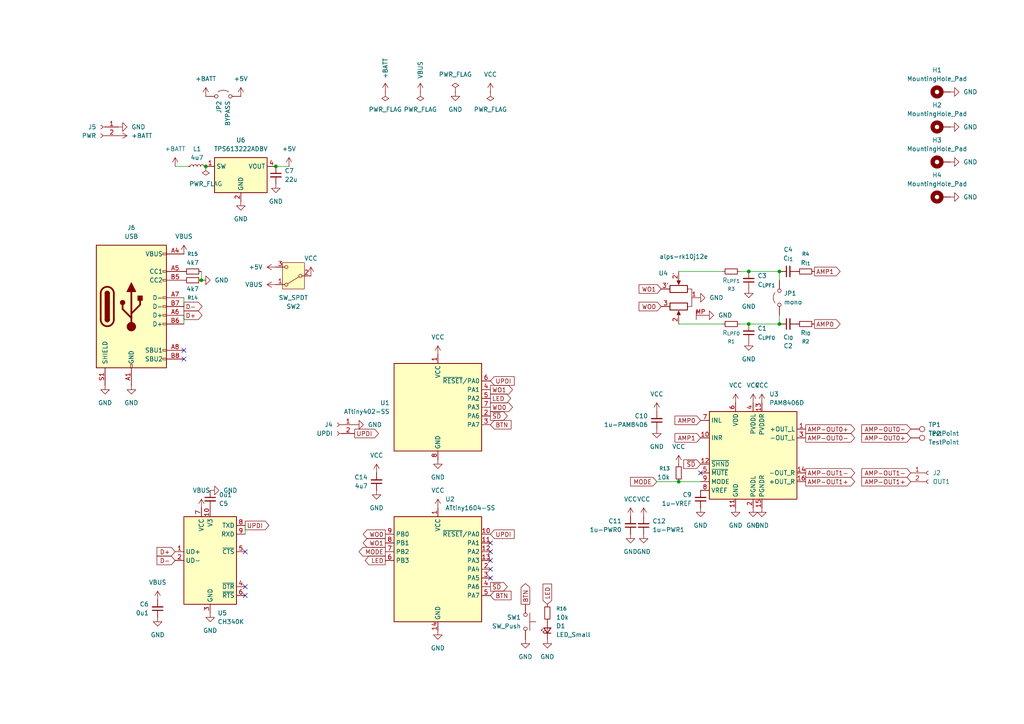
<source format=kicad_sch>
(kicad_sch (version 20250114) (generator "eeschema") (generator_version "9.0")
  (paper "A4")
  (lib_symbols
    (symbol "Amplifier_Audio:PAM8406D"
      (property "Reference" "U" (at -12.7 -15.24 0))
      (property "Value" "PAM8406D" (at -10.16 -17.78 0))
      (symbol "PAM8406D_0_1"
        (rectangle (start -12.7 12.7) (end 12.7 -12.7) (stroke (width 0.254)) (fill (type background)))
      )
      (symbol "PAM8406D_1_1"
        (pin input line (at -15.24 10.16 0) (length 2.54) (name "INL") (number "7"))
        (pin input line (at -15.24 5.08 0) (length 2.54) (name "INR") (number "10"))
        (pin input line (at -15.24 -2.54 0) (length 2.54) (name "~{SHND}") (number "12"))
        (pin input line (at -15.24 -5.08 0) (length 2.54) (name "~{MUTE}") (number "5"))
        (pin input line (at -15.24 -7.62 0) (length 2.54) (name "MODE") (number "9"))
        (pin passive line (at -15.24 -10.16 0) (length 2.54) (name "VREF") (number "8"))
        (pin power_in line (at -5.08 15.24 270) (length 2.54) (name "VDD") (number "6"))
        (pin power_in line (at -5.08 -15.24 90) (length 2.54) (name "GND") (number "11"))
        (pin power_in line (at 0 15.24 270) (length 2.54) (name "PVDDL") (number "4"))
        (pin power_in line (at 0 -15.24 90) (length 2.54) (name "PGNDL") (number "2"))
        (pin power_in line (at 2.54 15.24 270) (length 2.54) (name "PVDDR") (number "13"))
        (pin power_in line (at 2.54 -15.24 90) (length 2.54) (name "PGNDR") (number "15"))
        (pin output line (at 15.24 7.62 180) (length 2.54) (name "+OUT_L") (number "1"))
        (pin output line (at 15.24 5.08 180) (length 2.54) (name "-OUT_L") (number "3"))
        (pin output line (at 15.24 -5.08 180) (length 2.54) (name "-OUT_R") (number "14"))
        (pin output line (at 15.24 -7.62 180) (length 2.54) (name "+OUT_R") (number "16"))
      )
    )
    (symbol "Connector:Conn_01x02_Socket" (pin_names (offset 1.016) (hide yes))
      (property "Reference" "J" (at 0 2.54 0))
      (property "Value" "Conn_01x02_Socket" (at 0 -5.08 0))
      (symbol "Conn_01x02_Socket_1_1"
        (polyline (pts (xy -1.27 0) (xy -0.508 0)) (stroke (width 0.1524)))
        (polyline (pts (xy -1.27 -2.54) (xy -0.508 -2.54)) (stroke (width 0.1524)))
        (arc (start 0 -0.508) (mid -0.5058 0) (end 0 0.508) (stroke (width 0.1524)))
        (arc (start 0 -3.048) (mid -0.5058 -2.54) (end 0 -2.032) (stroke (width 0.1524)))
        (pin passive line (at -5.08 0 0) (length 3.81) (name "Pin_1") (number "1"))
        (pin passive line (at -5.08 -2.54 0) (length 3.81) (name "Pin_2") (number "2"))
      )
    )
    (symbol "Connector:TestPoint" (pin_numbers (hide yes)) (pin_names (offset 0.762) (hide yes))
      (property "Reference" "TP" (at 0 6.858 0))
      (property "Value" "TestPoint" (at 0 5.08 0))
      (symbol "TestPoint_0_1"
        (circle (center 0 3.302) (radius 0.762))
      )
      (symbol "TestPoint_1_1"
        (pin passive line (at 0 0 90) (length 2.54) (name "1") (number "1"))
      )
    )
    (symbol "Connector:USB_C_Receptacle_USB2.0_16P" (pin_names (offset 1.016))
      (property "Reference" "J" (at 0 22.225 0))
      (property "Value" "USB_C_Receptacle_USB2.0_16P" (at 0 19.685 0))
      (symbol "USB_C_Receptacle_USB2.0_16P_0_0"
        (rectangle (start -0.254 -17.78) (end 0.254 -16.764))
        (rectangle (start 10.16 15.494) (end 9.144 14.986))
        (rectangle (start 10.16 10.414) (end 9.144 9.906))
        (rectangle (start 10.16 7.874) (end 9.144 7.366))
        (rectangle (start 10.16 2.794) (end 9.144 2.286))
        (rectangle (start 10.16 0.254) (end 9.144 -0.254))
        (rectangle (start 10.16 -2.286) (end 9.144 -2.794))
        (rectangle (start 10.16 -4.826) (end 9.144 -5.334))
        (rectangle (start 10.16 -12.446) (end 9.144 -12.954))
        (rectangle (start 10.16 -14.986) (end 9.144 -15.494))
      )
      (symbol "USB_C_Receptacle_USB2.0_16P_0_1"
        (rectangle (start -10.16 17.78) (end 10.16 -17.78) (stroke (width 0.254)) (fill (type background)))
        (polyline (pts (xy -8.89 -3.81) (xy -8.89 3.81)) (stroke (width 0.508)))
        (rectangle (start -7.62 -3.81) (end -6.35 3.81) (stroke (width 0.254)) (fill (type outline)))
        (arc (start -7.62 3.81) (mid -6.985 4.4423) (end -6.35 3.81) (stroke (width 0.254)))
        (arc (start -7.62 3.81) (mid -6.985 4.4423) (end -6.35 3.81) (stroke (width 0.254)) (fill (type outline)))
        (arc (start -8.89 3.81) (mid -6.985 5.7067) (end -5.08 3.81) (stroke (width 0.508)))
        (arc (start -5.08 -3.81) (mid -6.985 -5.7067) (end -8.89 -3.81) (stroke (width 0.508)))
        (arc (start -6.35 -3.81) (mid -6.985 -4.4423) (end -7.62 -3.81) (stroke (width 0.254)))
        (arc (start -6.35 -3.81) (mid -6.985 -4.4423) (end -7.62 -3.81) (stroke (width 0.254)) (fill (type outline)))
        (polyline (pts (xy -5.08 3.81) (xy -5.08 -3.81)) (stroke (width 0.508)))
        (circle (center -2.54 1.143) (radius 0.635) (stroke (width 0.254)) (fill (type outline)))
        (polyline (pts (xy -1.27 4.318) (xy 0 6.858) (xy 1.27 4.318) (xy -1.27 4.318)) (stroke (width 0.254)) (fill (type outline)))
        (polyline (pts (xy 0 -2.032) (xy 2.54 0.508) (xy 2.54 1.778)) (stroke (width 0.508)))
        (polyline (pts (xy 0 -3.302) (xy -2.54 -0.762) (xy -2.54 0.508)) (stroke (width 0.508)))
        (polyline (pts (xy 0 -5.842) (xy 0 4.318)) (stroke (width 0.508)))
        (circle (center 0 -5.842) (radius 1.27) (fill (type outline)))
        (rectangle (start 1.905 1.778) (end 3.175 3.048) (stroke (width 0.254)) (fill (type outline)))
      )
      (symbol "USB_C_Receptacle_USB2.0_16P_1_1"
        (pin passive line (at -7.62 -22.86 90) (length 5.08) (name "SHIELD") (number "S1"))
        (pin passive line (at 0 -22.86 90) (length 5.08) (name "GND") (number "A1"))
        (pin passive line (at 0 -22.86 90) (length 5.08) (hide yes) (name "GND") (number "A12"))
        (pin passive line (at 0 -22.86 90) (length 5.08) (hide yes) (name "GND") (number "B1"))
        (pin passive line (at 0 -22.86 90) (length 5.08) (hide yes) (name "GND") (number "B12"))
        (pin passive line (at 15.24 15.24 180) (length 5.08) (name "VBUS") (number "A4"))
        (pin passive line (at 15.24 15.24 180) (length 5.08) (hide yes) (name "VBUS") (number "A9"))
        (pin passive line (at 15.24 15.24 180) (length 5.08) (hide yes) (name "VBUS") (number "B4"))
        (pin passive line (at 15.24 15.24 180) (length 5.08) (hide yes) (name "VBUS") (number "B9"))
        (pin bidirectional line (at 15.24 10.16 180) (length 5.08) (name "CC1") (number "A5"))
        (pin bidirectional line (at 15.24 7.62 180) (length 5.08) (name "CC2") (number "B5"))
        (pin bidirectional line (at 15.24 2.54 180) (length 5.08) (name "D-") (number "A7"))
        (pin bidirectional line (at 15.24 0 180) (length 5.08) (name "D-") (number "B7"))
        (pin bidirectional line (at 15.24 -2.54 180) (length 5.08) (name "D+") (number "A6"))
        (pin bidirectional line (at 15.24 -5.08 180) (length 5.08) (name "D+") (number "B6"))
        (pin bidirectional line (at 15.24 -12.7 180) (length 5.08) (name "SBU1") (number "A8"))
        (pin bidirectional line (at 15.24 -15.24 180) (length 5.08) (name "SBU2") (number "B8"))
      )
    )
    (symbol "Device:C_Small" (pin_numbers (hide yes)) (pin_names (offset 0.254) (hide yes))
      (property "Reference" "C" (at 0.254 1.778 0))
      (property "Value" "C_Small" (at 0.254 -2.032 0))
      (symbol "C_Small_0_1"
        (polyline (pts (xy -1.524 0.508) (xy 1.524 0.508)) (stroke (width 0.3048)))
        (polyline (pts (xy -1.524 -0.508) (xy 1.524 -0.508)) (stroke (width 0.3302)))
      )
      (symbol "C_Small_1_1"
        (pin passive line (at 0 2.54 270) (length 2.032) (name "~") (number "1"))
        (pin passive line (at 0 -2.54 90) (length 2.032) (name "~") (number "2"))
      )
    )
    (symbol "Device:LED_Small" (pin_numbers (hide yes)) (pin_names (offset 0.254) (hide yes))
      (property "Reference" "D" (at -1.27 3.175 0))
      (property "Value" "LED_Small" (at -4.445 -2.54 0))
      (symbol "LED_Small_0_1"
        (polyline (pts (xy -0.762 -1.016) (xy -0.762 1.016)) (stroke (width 0.254)))
        (polyline (pts (xy 0 0.762) (xy -0.508 1.27) (xy -0.254 1.27) (xy -0.508 1.27) (xy -0.508 1.016)))
        (polyline (pts (xy 0.508 1.27) (xy 0 1.778) (xy 0.254 1.778) (xy 0 1.778) (xy 0 1.524)))
        (polyline (pts (xy 0.762 -1.016) (xy -0.762 0) (xy 0.762 1.016) (xy 0.762 -1.016)) (stroke (width 0.254)))
        (polyline (pts (xy 1.016 0) (xy -0.762 0)))
      )
      (symbol "LED_Small_1_1"
        (pin passive line (at -2.54 0 0) (length 1.778) (name "K") (number "1"))
        (pin passive line (at 2.54 0 180) (length 1.778) (name "A") (number "2"))
      )
    )
    (symbol "Device:L_Small" (pin_numbers (hide yes)) (pin_names (offset 0.254) (hide yes))
      (property "Reference" "L" (at 0.762 1.016 0))
      (property "Value" "L_Small" (at 0.762 -1.016 0))
      (symbol "L_Small_0_1"
        (arc (start 0 2.032) (mid 0.5058 1.524) (end 0 1.016))
        (arc (start 0 1.016) (mid 0.5058 0.508) (end 0 0))
        (arc (start 0 0) (mid 0.5058 -0.508) (end 0 -1.016))
        (arc (start 0 -1.016) (mid 0.5058 -1.524) (end 0 -2.032))
      )
      (symbol "L_Small_1_1"
        (pin passive line (at 0 2.54 270) (length 0.508) (name "~") (number "1"))
        (pin passive line (at 0 -2.54 90) (length 0.508) (name "~") (number "2"))
      )
    )
    (symbol "Device:R_Small" (pin_numbers (hide yes)) (pin_names (offset 0.254) (hide yes))
      (property "Reference" "R" (at 0 0 90))
      (property "Value" "R_Small" (at 1.778 0 90))
      (symbol "R_Small_0_1"
        (rectangle (start -0.762 1.778) (end 0.762 -1.778) (stroke (width 0.2032)))
      )
      (symbol "R_Small_1_1"
        (pin passive line (at 0 2.54 270) (length 0.762) (name "~") (number "1"))
        (pin passive line (at 0 -2.54 90) (length 0.762) (name "~") (number "2"))
      )
    )
    (symbol "Interface_USB:CH340K"
      (property "Reference" "U5" (at 2.1433 -15.24 0))
      (property "Value" "CH340K" (at 2.1433 -17.78 0))
      (symbol "CH340K_0_1"
        (rectangle (start -7.62 12.7) (end 7.62 -12.7) (stroke (width 0.254)) (fill (type background)))
      )
      (symbol "CH340K_1_1"
        (pin bidirectional line (at -10.16 2.54 0) (length 2.54) (name "UD+") (number "1"))
        (pin bidirectional line (at -10.16 0 0) (length 2.54) (name "UD-") (number "2"))
        (pin power_in line (at -2.54 15.24 270) (length 2.54) (name "VCC") (number "7"))
        (pin passive line (at 0 15.24 270) (length 2.54) (name "V3") (number "10"))
        (pin power_in line (at 0 -15.24 90) (length 2.54) (name "GND") (number "3"))
        (pin output line (at 10.16 10.16 180) (length 2.54) (name "TXD") (number "8"))
        (pin input line (at 10.16 7.62 180) (length 2.54) (name "RXD") (number "9"))
        (pin input line (at 10.16 2.54 180) (length 2.54) (name "~{CTS}") (number "5"))
        (pin output line (at 10.16 -7.62 180) (length 2.54) (name "~{DTR}") (number "4"))
        (pin output line (at 10.16 -10.16 180) (length 2.54) (name "~{RTS}") (number "6"))
      )
    )
    (symbol "Jumper:Jumper_2_Open" (pin_numbers (hide yes)) (pin_names (offset 0) (hide yes))
      (property "Reference" "JP" (at 0 2.794 0))
      (property "Value" "Jumper_2_Open" (at 0 -2.286 0))
      (symbol "Jumper_2_Open_0_0"
        (circle (center -2.032 0) (radius 0.508))
        (circle (center 2.032 0) (radius 0.508))
      )
      (symbol "Jumper_2_Open_0_1"
        (arc (start -1.524 1.27) (mid 0 1.778) (end 1.524 1.27))
      )
      (symbol "Jumper_2_Open_1_1"
        (pin passive line (at -5.08 0 0) (length 2.54) (name "A") (number "1"))
        (pin passive line (at 5.08 0 180) (length 2.54) (name "B") (number "2"))
      )
    )
    (symbol "Library:alps-rk10j12e"
      (property "Reference" "U" (at 0 0 0))
      (property "Value" "alps-rk10j12e" (at 0 0 0))
      (symbol "alps-rk10j12e_0_1"
        (polyline (pts (xy -6.35 -5.08) (xy -3.81 -5.08)))
        (polyline (pts (xy -3.81 0) (xy -4.953 -0.508) (xy -4.953 0.508) (xy -3.81 0)) (fill (type outline)))
        (rectangle (start -3.556 2.54) (end -1.524 -2.54) (stroke (width 0.254)))
        (rectangle (start 1.524 2.54) (end 3.556 -2.54) (stroke (width 0.254)))
        (polyline (pts (xy 2.54 -2.54) (xy 2.54 -3.81) (xy -2.54 -3.81) (xy -2.54 -2.54)))
        (polyline (pts (xy 3.81 0) (xy 4.953 0.508) (xy 4.953 -0.508) (xy 3.81 0)) (fill (type outline)))
      )
      (symbol "alps-rk10j12e_1_1"
        (pin passive line (at -7.62 0 0) (length 2.54) (name "") (number "2"))
        (pin passive line (at -5.08 -7.62 90) (length 2.54) (name "") (number "MP"))
        (pin passive line (at -2.54 5.08 270) (length 2.54) (name "") (number "3"))
        (pin passive line (at 0 -5.08 90) (length 1.27) (name "") (number "1"))
        (pin passive line (at 2.54 5.08 270) (length 2.54) (name "") (number "3'"))
        (pin passive line (at 7.62 0 180) (length 2.54) (name "") (number "2'"))
      )
    )
    (symbol "MCU_Microchip_ATtiny:ATtiny1604-SS"
      (property "Reference" "U" (at -12.7 16.51 0))
      (property "Value" "ATtiny1604-SS" (at 2.54 -16.51 0))
      (symbol "ATtiny1604-SS_0_1"
        (rectangle (start -12.7 -15.24) (end 12.7 15.24) (stroke (width 0.254)) (fill (type background)))
      )
      (symbol "ATtiny1604-SS_1_1"
        (pin bidirectional line (at -15.24 10.16 0) (length 2.54) (name "PB0") (number "9"))
        (pin bidirectional line (at -15.24 7.62 0) (length 2.54) (name "PB1") (number "8"))
        (pin bidirectional line (at -15.24 5.08 0) (length 2.54) (name "PB2") (number "7"))
        (pin bidirectional line (at -15.24 2.54 0) (length 2.54) (name "PB3") (number "6"))
        (pin power_in line (at 0 17.78 270) (length 2.54) (name "VCC") (number "1"))
        (pin power_in line (at 0 -17.78 90) (length 2.54) (name "GND") (number "14"))
        (pin bidirectional line (at 15.24 10.16 180) (length 2.54) (name "~{RESET}/PA0") (number "10"))
        (pin bidirectional line (at 15.24 7.62 180) (length 2.54) (name "PA1") (number "11"))
        (pin bidirectional line (at 15.24 5.08 180) (length 2.54) (name "PA2") (number "12"))
        (pin bidirectional line (at 15.24 2.54 180) (length 2.54) (name "PA3") (number "13"))
        (pin bidirectional line (at 15.24 0 180) (length 2.54) (name "PA4") (number "2"))
        (pin bidirectional line (at 15.24 -2.54 180) (length 2.54) (name "PA5") (number "3"))
        (pin bidirectional line (at 15.24 -5.08 180) (length 2.54) (name "PA6") (number "4"))
        (pin bidirectional line (at 15.24 -7.62 180) (length 2.54) (name "PA7") (number "5"))
      )
    )
    (symbol "MCU_Microchip_ATtiny:ATtiny402-SS"
      (property "Reference" "U" (at -12.7 13.97 0))
      (property "Value" "ATtiny402-SS" (at 2.54 -13.97 0))
      (symbol "ATtiny402-SS_0_1"
        (rectangle (start -12.7 -12.7) (end 12.7 12.7) (stroke (width 0.254)) (fill (type background)))
      )
      (symbol "ATtiny402-SS_1_1"
        (pin power_in line (at 0 15.24 270) (length 2.54) (name "VCC") (number "1"))
        (pin power_in line (at 0 -15.24 90) (length 2.54) (name "GND") (number "8"))
        (pin bidirectional line (at 15.24 7.62 180) (length 2.54) (name "~{RESET}/PA0") (number "6"))
        (pin bidirectional line (at 15.24 5.08 180) (length 2.54) (name "PA1") (number "4"))
        (pin bidirectional line (at 15.24 2.54 180) (length 2.54) (name "PA2") (number "5"))
        (pin bidirectional line (at 15.24 0 180) (length 2.54) (name "PA3") (number "7"))
        (pin bidirectional line (at 15.24 -2.54 180) (length 2.54) (name "PA6") (number "2"))
        (pin bidirectional line (at 15.24 -5.08 180) (length 2.54) (name "PA7") (number "3"))
      )
    )
    (symbol "Mechanical:MountingHole_Pad" (pin_numbers (hide yes)) (pin_names (offset 1.016) (hide yes)) (in_bom no)
      (property "Reference" "H" (at 0 6.35 0))
      (property "Value" "MountingHole_Pad" (at 0 4.445 0))
      (symbol "MountingHole_Pad_0_1"
        (circle (center 0 1.27) (radius 1.27) (stroke (width 1.27)))
      )
      (symbol "MountingHole_Pad_1_1"
        (pin input line (at 0 -2.54 90) (length 2.54) (name "1") (number "1"))
      )
    )
    (symbol "Regulator_Switching:TPS613222ADBV"
      (property "Reference" "U" (at -7.62 6.35 0))
      (property "Value" "TPS613222ADBV" (at 2.54 6.35 0))
      (symbol "TPS613222ADBV_0_1"
        (rectangle (start -7.62 5.08) (end 7.62 -5.08) (stroke (width 0.254)) (fill (type background)))
      )
      (symbol "TPS613222ADBV_1_1"
        (pin power_in line (at -10.16 2.54 0) (length 2.54) (name "SW") (number "1"))
        (pin no_connect line (at -7.62 -2.54 0) (length 2.54) (hide yes) (name "NC") (number "3"))
        (pin power_in line (at 0 -7.62 90) (length 2.54) (name "GND") (number "2"))
        (pin no_connect line (at 7.62 -2.54 180) (length 2.54) (hide yes) (name "NC") (number "5"))
        (pin power_out line (at 10.16 2.54 180) (length 2.54) (name "VOUT") (number "4"))
      )
    )
    (symbol "Switch:SW_Push" (pin_numbers (hide yes)) (pin_names (offset 1.016) (hide yes))
      (property "Reference" "SW" (at 1.27 2.54 0))
      (property "Value" "SW_Push" (at 0 -1.524 0))
      (symbol "SW_Push_0_1"
        (circle (center -2.032 0) (radius 0.508))
        (polyline (pts (xy 0 1.27) (xy 0 3.048)))
        (circle (center 2.032 0) (radius 0.508))
        (polyline (pts (xy 2.54 1.27) (xy -2.54 1.27)))
        (pin passive line (at -5.08 0 0) (length 2.54) (name "1") (number "1"))
        (pin passive line (at 5.08 0 180) (length 2.54) (name "2") (number "2"))
      )
    )
    (symbol "Switch:SW_SPDT" (pin_names (offset 0) (hide yes))
      (property "Reference" "SW" (at 0 5.08 0))
      (property "Value" "SW_SPDT" (at 0 -5.08 0))
      (symbol "SW_SPDT_0_1"
        (circle (center -2.032 0) (radius 0.4572))
        (polyline (pts (xy -1.651 0.254) (xy 1.651 2.286)))
        (circle (center 2.032 2.54) (radius 0.4572))
        (circle (center 2.032 -2.54) (radius 0.4572))
      )
      (symbol "SW_SPDT_1_1"
        (rectangle (start -3.175 3.81) (end 3.175 -3.81) (fill (type background)))
        (pin passive line (at -5.08 0 0) (length 2.54) (name "B") (number "2"))
        (pin passive line (at 5.08 2.54 180) (length 2.54) (name "A") (number "1"))
        (pin passive line (at 5.08 -2.54 180) (length 2.54) (name "C") (number "3"))
      )
    )
    (symbol "power:+5V" (power) (pin_numbers (hide yes)) (pin_names (offset 0) (hide yes))
      (property "Value" "+5V" (at 0 3.556 0))
      (symbol "+5V_0_1"
        (polyline (pts (xy -0.762 1.27) (xy 0 2.54)))
        (polyline (pts (xy 0 2.54) (xy 0.762 1.27)))
        (polyline (pts (xy 0 0) (xy 0 2.54)))
      )
      (symbol "+5V_1_1"
        (pin power_in line (at 0 0 90) (length 0) (name "~") (number "1"))
      )
    )
    (symbol "power:+BATT" (power) (pin_numbers (hide yes)) (pin_names (offset 0) (hide yes))
      (property "Value" "+BATT" (at 0 3.556 0))
      (symbol "+BATT_0_1"
        (polyline (pts (xy -0.762 1.27) (xy 0 2.54)))
        (polyline (pts (xy 0 2.54) (xy 0.762 1.27)))
        (polyline (pts (xy 0 0) (xy 0 2.54)))
      )
      (symbol "+BATT_1_1"
        (pin power_in line (at 0 0 90) (length 0) (name "~") (number "1"))
      )
    )
    (symbol "power:GND" (power) (pin_numbers (hide yes)) (pin_names (offset 0) (hide yes))
      (property "Value" "GND" (at 0 -3.81 0))
      (symbol "GND_0_1"
        (polyline (pts (xy 0 0) (xy 0 -1.27) (xy 1.27 -1.27) (xy 0 -2.54) (xy -1.27 -1.27) (xy 0 -1.27)))
      )
      (symbol "GND_1_1"
        (pin power_in line (at 0 0 270) (length 0) (name "~") (number "1"))
      )
    )
    (symbol "power:PWR_FLAG" (power) (pin_numbers (hide yes)) (pin_names (offset 0) (hide yes))
      (property "Value" "PWR_FLAG" (at 0 3.81 0))
      (symbol "PWR_FLAG_0_0"
        (pin power_out line (at 0 0 90) (length 0) (name "~") (number "1"))
      )
      (symbol "PWR_FLAG_0_1"
        (polyline (pts (xy 0 0) (xy 0 1.27) (xy -1.016 1.905) (xy 0 2.54) (xy 1.016 1.905) (xy 0 1.27)))
      )
    )
    (symbol "power:VBUS" (power) (pin_numbers (hide yes)) (pin_names (offset 0) (hide yes))
      (property "Value" "VBUS" (at 0 3.556 0))
      (symbol "VBUS_0_1"
        (polyline (pts (xy -0.762 1.27) (xy 0 2.54)))
        (polyline (pts (xy 0 2.54) (xy 0.762 1.27)))
        (polyline (pts (xy 0 0) (xy 0 2.54)))
      )
      (symbol "VBUS_1_1"
        (pin power_in line (at 0 0 90) (length 0) (name "~") (number "1"))
      )
    )
    (symbol "power:VCC" (power) (pin_numbers (hide yes)) (pin_names (offset 0) (hide yes))
      (property "Value" "VCC" (at 0 3.556 0))
      (symbol "VCC_0_1"
        (polyline (pts (xy -0.762 1.27) (xy 0 2.54)))
        (polyline (pts (xy 0 2.54) (xy 0.762 1.27)))
        (polyline (pts (xy 0 0) (xy 0 2.54)))
      )
      (symbol "VCC_1_1"
        (pin power_in line (at 0 0 90) (length 0) (name "~") (number "1"))
      )
    )
  )
  (junction (at 226.06 78.74))
  (junction (at 59.69 48.26))
  (junction (at 217.17 93.98))
  (junction (at 196.85 139.7))
  (junction (at 80.01 48.26))
  (junction (at 217.17 78.74))
  (junction (at 226.06 93.98))
  (junction (at 58.42 81.28))
  (no_connect (at 53.34 104.14))
  (no_connect (at 71.12 172.72))
  (no_connect (at 142.24 160.02))
  (no_connect (at 71.12 170.18))
  (no_connect (at 203.2 137.16))
  (no_connect (at 142.24 157.48))
  (no_connect (at 71.12 160.02))
  (no_connect (at 142.24 162.56))
  (no_connect (at 142.24 167.64))
  (no_connect (at 142.24 165.1))
  (no_connect (at 53.34 101.6))
  (wire (pts (xy 217.17 78.74) (xy 226.06 78.74)))
  (wire (pts (xy 217.17 93.98) (xy 226.06 93.98)))
  (wire (pts (xy 226.06 91.44) (xy 226.06 93.98)))
  (wire (pts (xy 53.34 86.36) (xy 53.34 88.9)))
  (wire (pts (xy 196.85 139.7) (xy 203.2 139.7)))
  (wire (pts (xy 53.34 91.44) (xy 53.34 93.98)))
  (wire (pts (xy 217.17 78.74) (xy 214.63 78.74)))
  (wire (pts (xy 190.5 139.7) (xy 196.85 139.7)))
  (wire (pts (xy 196.85 93.98) (xy 209.55 93.98)))
  (wire (pts (xy 217.17 93.98) (xy 214.63 93.98)))
  (wire (pts (xy 196.85 78.74) (xy 209.55 78.74)))
  (wire (pts (xy 58.42 78.74) (xy 58.42 81.28)))
  (wire (pts (xy 71.12 152.4) (xy 71.12 154.94)))
  (wire (pts (xy 226.06 78.74) (xy 226.06 81.28)))
  (wire (pts (xy 50.8 48.26) (xy 54.61 48.26)))
  (wire (pts (xy 83.82 48.26) (xy 80.01 48.26)))
  (global_label "MODE" (shape input) (at 190.5 139.7 180) (property "Intersheetrefs" "${INTERSHEET_REFS}" (effects (hide yes))))
  (global_label "AMP-OUT1+" (shape output) (at 233.68 139.7 0) (property "Intersheetrefs" "${INTERSHEET_REFS}" (effects (hide yes))))
  (global_label "AMP-OUT0+" (shape input) (at 264.16 127 180) (property "Intersheetrefs" "${INTERSHEET_REFS}" (effects (hide yes))))
  (global_label "BTN" (shape output) (at 152.4 175.26 90) (property "Intersheetrefs" "${INTERSHEET_REFS}" (effects (hide yes))))
  (global_label "AMP1" (shape input) (at 203.2 127 180) (property "Intersheetrefs" "${INTERSHEET_REFS}" (effects (hide yes))))
  (global_label "WO1" (shape input) (at 191.77 83.82 180) (property "Intersheetrefs" "${INTERSHEET_REFS}" (effects (hide yes))))
  (global_label "BTN" (shape input) (at 142.24 172.72 0) (property "Intersheetrefs" "${INTERSHEET_REFS}" (effects (hide yes))))
  (global_label "~{SD}" (shape output) (at 142.24 120.65 0) (property "Intersheetrefs" "${INTERSHEET_REFS}" (effects (hide yes))))
  (global_label "WO1" (shape output) (at 142.24 113.03 0) (property "Intersheetrefs" "${INTERSHEET_REFS}" (effects (hide yes))))
  (global_label "AMP-OUT0-" (shape input) (at 264.16 124.46 180) (property "Intersheetrefs" "${INTERSHEET_REFS}" (effects (hide yes))))
  (global_label "LED" (shape output) (at 142.24 115.57 0) (property "Intersheetrefs" "${INTERSHEET_REFS}" (effects (hide yes))))
  (global_label "AMP-OUT1-" (shape input) (at 264.16 137.16 180) (property "Intersheetrefs" "${INTERSHEET_REFS}" (effects (hide yes))))
  (global_label "AMP-OUT0-" (shape output) (at 233.68 127 0) (property "Intersheetrefs" "${INTERSHEET_REFS}" (effects (hide yes))))
  (global_label "WO0" (shape output) (at 142.24 118.11 0) (property "Intersheetrefs" "${INTERSHEET_REFS}" (effects (hide yes))))
  (global_label "UPDI" (shape output) (at 71.12 152.4 0) (property "Intersheetrefs" "${INTERSHEET_REFS}" (effects (hide yes))))
  (global_label "WO0" (shape input) (at 191.77 88.9 180) (property "Intersheetrefs" "${INTERSHEET_REFS}" (effects (hide yes))))
  (global_label "AMP1" (shape output) (at 236.22 78.74 0) (property "Intersheetrefs" "${INTERSHEET_REFS}" (effects (hide yes))))
  (global_label "D-" (shape input) (at 50.8 162.56 180) (property "Intersheetrefs" "${INTERSHEET_REFS}" (effects (hide yes))))
  (global_label "LED" (shape output) (at 111.76 162.56 180) (property "Intersheetrefs" "${INTERSHEET_REFS}" (effects (hide yes))))
  (global_label "D-" (shape output) (at 53.34 88.9 0) (property "Intersheetrefs" "${INTERSHEET_REFS}" (effects (hide yes))))
  (global_label "AMP-OUT1+" (shape input) (at 264.16 139.7 180) (property "Intersheetrefs" "${INTERSHEET_REFS}" (effects (hide yes))))
  (global_label "D+" (shape output) (at 53.34 91.44 0) (property "Intersheetrefs" "${INTERSHEET_REFS}" (effects (hide yes))))
  (global_label "MODE" (shape output) (at 111.76 160.02 180) (property "Intersheetrefs" "${INTERSHEET_REFS}" (effects (hide yes))))
  (global_label "BTN" (shape input) (at 142.24 123.19 0) (property "Intersheetrefs" "${INTERSHEET_REFS}" (effects (hide yes))))
  (global_label "AMP-OUT0+" (shape output) (at 233.68 124.46 0) (property "Intersheetrefs" "${INTERSHEET_REFS}" (effects (hide yes))))
  (global_label "UPDI" (shape input) (at 142.24 154.94 0) (property "Intersheetrefs" "${INTERSHEET_REFS}" (effects (hide yes))))
  (global_label "LED" (shape input) (at 158.75 175.26 90) (property "Intersheetrefs" "${INTERSHEET_REFS}" (effects (hide yes))))
  (global_label "AMP-OUT1-" (shape output) (at 233.68 137.16 0) (property "Intersheetrefs" "${INTERSHEET_REFS}" (effects (hide yes))))
  (global_label "UPDI" (shape input) (at 142.24 110.49 0) (property "Intersheetrefs" "${INTERSHEET_REFS}" (effects (hide yes))))
  (global_label "AMP0" (shape input) (at 203.2 121.92 180) (property "Intersheetrefs" "${INTERSHEET_REFS}" (effects (hide yes))))
  (global_label "D+" (shape input) (at 50.8 160.02 180) (property "Intersheetrefs" "${INTERSHEET_REFS}" (effects (hide yes))))
  (global_label "~{SD}" (shape output) (at 142.24 170.18 0) (property "Intersheetrefs" "${INTERSHEET_REFS}" (effects (hide yes))))
  (global_label "UPDI" (shape output) (at 102.87 125.73 0) (property "Intersheetrefs" "${INTERSHEET_REFS}" (effects (hide yes))))
  (global_label "WO1" (shape output) (at 111.76 157.48 180) (property "Intersheetrefs" "${INTERSHEET_REFS}" (effects (hide yes))))
  (global_label "AMP0" (shape output) (at 236.22 93.98 0) (property "Intersheetrefs" "${INTERSHEET_REFS}" (effects (hide yes))))
  (global_label "~{SD}" (shape input) (at 203.2 134.62 180) (property "Intersheetrefs" "${INTERSHEET_REFS}" (effects (hide yes))))
  (global_label "WO0" (shape output) (at 111.76 154.94 180) (property "Intersheetrefs" "${INTERSHEET_REFS}" (effects (hide yes))))
  (symbol (lib_id "Interface_USB:CH340K") (at 60.96 162.56 0) (unit 1)
    (property "Reference" "U5" (at 63.1033 177.8 0) (effects (justify left)))
    (property "Value" "CH340K" (at 63.1033 180.34 0) (effects (justify left)))
    (property "Footprint" "Package_SO:SSOP-10-1EP_3.9x4.9mm_P1mm_EP2.1x3.3mm" (effects (hide yes)))
    (property "Datasheet" "https://cdn.sparkfun.com/assets/5/0/a/8/5/CH340DS1.PDF" (effects (hide yes)))
    (property "Description" "USB serial converter, UART, SSOP-10" (effects (hide yes)))
  )
  (symbol (lib_id "power:VCC") (at 90.17 80.01 0) (unit 1)
    (property "Reference" "#PWR038" (effects (hide yes)))
    (property "Value" "VCC" (at 90.17 74.93 0))
    (property "Description" "Power symbol creates a global label with name \"VCC\"" (effects (hide yes)))
  )
  (symbol (lib_id "Connector:Conn_01x02_Socket") (at 29.21 36.83 0) (mirror y) (unit 1)
    (property "Reference" "J5" (at 27.94 36.8299 0) (effects (justify left)))
    (property "Value" "PWR" (at 27.94 39.3699 0) (effects (justify left)))
    (property "Footprint" "Connector_JST:JST_XH_S2B-XH-A_1x02_P2.50mm_Horizontal" (effects (hide yes)))
    (property "Description" "Generic connector, single row, 01x02, script generated" (effects (hide yes)))
  )
  (symbol (lib_id "power:GND") (at 204.47 91.44 90) (unit 1)
    (property "Reference" "#PWR026" (effects (hide yes)))
    (property "Value" "GND" (at 208.28 91.4399 90) (effects (justify right)))
    (property "Description" "Power symbol creates a global label with name \"GND\" , ground" (effects (hide yes)))
  )
  (symbol (lib_id "Switch:SW_Push") (at 152.4 180.34 270) (mirror x) (unit 1)
    (property "Reference" "SW1" (at 151.13 179.0699 90) (effects (justify right)))
    (property "Value" "SW_Push" (at 151.13 181.6099 90) (effects (justify right)))
    (property "Footprint" "Library:alps-skrg" (effects (hide yes)))
    (property "Description" "Push button switch, generic, two pins" (effects (hide yes)))
  )
  (symbol (lib_id "power:VCC") (at 127 102.87 0) (unit 1)
    (property "Reference" "#PWR04" (effects (hide yes)))
    (property "Value" "VCC" (at 127 97.79 0))
    (property "Description" "Power symbol creates a global label with name \"VCC\"" (effects (hide yes)))
  )
  (symbol (lib_id "Device:C_Small") (at 228.6 78.74 90) (unit 1)
    (property "Reference" "C4" (at 228.6063 72.39 90))
    (property "Value" "C_{i1}" (at 228.6063 74.93 90))
    (property "Footprint" "Capacitor_SMD:C_0603_1608Metric" (effects (hide yes)))
    (property "Description" "Unpolarized capacitor, small symbol" (effects (hide yes)))
  )
  (symbol (lib_id "power:VCC") (at 196.85 134.62 0) (unit 1)
    (property "Reference" "#PWR036" (effects (hide yes)))
    (property "Value" "VCC" (at 196.85 129.54 0))
    (property "Description" "Power symbol creates a global label with name \"VCC\"" (effects (hide yes)))
  )
  (symbol (lib_id "MCU_Microchip_ATtiny:ATtiny402-SS") (at 127 118.11 0) (unit 1)
    (property "Reference" "U1" (at 113.03 116.8399 0) (effects (justify right)))
    (property "Value" "ATtiny402-SS" (at 113.03 119.3799 0) (effects (justify right)))
    (property "Footprint" "Package_SO:SOIC-8_3.9x4.9mm_P1.27mm" (effects (hide yes)))
    (property "Datasheet" "http://ww1.microchip.com/downloads/en/DeviceDoc/ATtiny202-402-AVR-MCU-with-Core-Independent-Peripherals_and-picoPower-40001969A.pdf" (effects (hide yes)))
    (property "Description" "20MHz, 4kB Flash, 256B SRAM, 128B EEPROM, SOIC-8" (effects (hide yes)))
  )
  (symbol (lib_id "Device:R_Small") (at 212.09 78.74 90) (mirror x) (unit 1)
    (property "Reference" "R3" (at 212.09 83.82 90) (effects (font (size 1.016 1.016))))
    (property "Value" "R_{LPF1}" (at 212.09 81.28 90))
    (property "Footprint" "Resistor_SMD:R_0603_1608Metric" (effects (hide yes)))
    (property "Description" "Resistor, small symbol" (effects (hide yes)))
  )
  (symbol (lib_id "Device:R_Small") (at 55.88 78.74 90) (unit 1)
    (property "Reference" "R15" (at 55.88 73.66 90) (effects (font (size 1.016 1.016))))
    (property "Value" "4k7" (at 55.88 76.2 90))
    (property "Footprint" "Resistor_SMD:R_0603_1608Metric" (effects (hide yes)))
    (property "Description" "Resistor, small symbol" (effects (hide yes)))
  )
  (symbol (lib_id "Device:C_Small") (at 186.69 152.4 180) (unit 1)
    (property "Reference" "C12" (at 189.23 151.1235 0) (effects (justify right)))
    (property "Value" "1u-PWR1" (at 189.23 153.6635 0) (effects (justify right)))
    (property "Footprint" "Capacitor_SMD:C_0603_1608Metric" (effects (hide yes)))
    (property "Description" "Unpolarized capacitor, small symbol" (effects (hide yes)))
  )
  (symbol (lib_id "Device:C_Small") (at 109.22 139.7 0) (mirror x) (unit 1)
    (property "Reference" "C14" (at 106.68 138.4235 0) (effects (justify right)))
    (property "Value" "4u7" (at 106.68 140.9635 0) (effects (justify right)))
    (property "Footprint" "Capacitor_SMD:C_0603_1608Metric" (effects (hide yes)))
    (property "Description" "Unpolarized capacitor, small symbol" (effects (hide yes)))
  )
  (symbol (lib_id "power:VBUS") (at 53.34 73.66 0) (unit 1)
    (property "Reference" "#PWR05" (effects (hide yes)))
    (property "Value" "VBUS" (at 53.34 68.58 0))
    (property "Description" "Power symbol creates a global label with name \"VBUS\"" (effects (hide yes)))
  )
  (symbol (lib_id "power:GND") (at 220.98 147.32 0) (unit 1)
    (property "Reference" "#PWR020" (effects (hide yes)))
    (property "Value" "GND" (at 220.98 152.4 0))
    (property "Description" "Power symbol creates a global label with name \"GND\" , ground" (effects (hide yes)))
  )
  (symbol (lib_id "Device:C_Small") (at 217.17 81.28 180) (unit 1)
    (property "Reference" "C3" (at 219.71 80.0035 0) (effects (justify right)))
    (property "Value" "C_{LPF1}" (at 219.71 82.5435 0) (effects (justify right)))
    (property "Footprint" "Capacitor_SMD:C_0603_1608Metric" (effects (hide yes)))
    (property "Description" "Unpolarized capacitor, small symbol" (effects (hide yes)))
  )
  (symbol (lib_id "power:GND") (at 203.2 147.32 0) (unit 1)
    (property "Reference" "#PWR035" (effects (hide yes)))
    (property "Value" "GND" (at 203.2 152.4 0))
    (property "Description" "Power symbol creates a global label with name \"GND\" , ground" (effects (hide yes)))
  )
  (symbol (lib_id "Device:L_Small") (at 57.15 48.26 90) (unit 1)
    (property "Reference" "L1" (at 57.15 43.18 90))
    (property "Value" "4u7" (at 57.15 45.72 90))
    (property "Footprint" "Inductor_SMD:L_1008_2520Metric" (effects (hide yes)))
    (property "Description" "Inductor, small symbol" (effects (hide yes)))
  )
  (symbol (lib_id "power:+BATT") (at 59.69 27.94 0) (unit 1)
    (property "Reference" "#PWR054" (effects (hide yes)))
    (property "Value" "+BATT" (at 59.69 22.86 0))
    (property "Description" "Power symbol creates a global label with name \"+BATT\"" (effects (hide yes)))
  )
  (symbol (lib_id "power:PWR_FLAG") (at 132.08 26.67 0) (unit 1)
    (property "Reference" "#FLG01" (effects (hide yes)))
    (property "Value" "PWR_FLAG" (at 132.08 21.59 0))
    (property "Description" "Special symbol for telling ERC where power comes from" (effects (hide yes)))
  )
  (symbol (lib_id "Device:R_Small") (at 158.75 177.8 0) (unit 1)
    (property "Reference" "R16" (at 161.29 176.5299 0) (effects (font (size 1.016 1.016)) (justify left)))
    (property "Value" "10k" (at 161.29 179.0699 0) (effects (justify left)))
    (property "Footprint" "Resistor_SMD:R_0603_1608Metric" (effects (hide yes)))
    (property "Description" "Resistor, small symbol" (effects (hide yes)))
  )
  (symbol (lib_id "Connector:Conn_01x02_Socket") (at 269.24 137.16 0) (unit 1)
    (property "Reference" "J2" (at 270.51 137.1599 0) (effects (justify left)))
    (property "Value" "OUT1" (at 270.51 139.6999 0) (effects (justify left)))
    (property "Footprint" "Connector_JST:JST_XH_S2B-XH-A_1x02_P2.50mm_Horizontal" (effects (hide yes)))
    (property "Description" "Generic connector, single row, 01x02, script generated" (effects (hide yes)))
  )
  (symbol (lib_id "power:VCC") (at 220.98 116.84 0) (unit 1)
    (property "Reference" "#PWR016" (effects (hide yes)))
    (property "Value" "VCC" (at 220.98 111.76 0))
    (property "Description" "Power symbol creates a global label with name \"VCC\"" (effects (hide yes)))
  )
  (symbol (lib_id "power:GND") (at 80.01 53.34 0) (unit 1)
    (property "Reference" "#PWR053" (effects (hide yes)))
    (property "Value" "GND" (at 80.01 58.42 0))
    (property "Description" "Power symbol creates a global label with name \"GND\" , ground" (effects (hide yes)))
  )
  (symbol (lib_id "power:GND") (at 38.1 111.76 0) (unit 1)
    (property "Reference" "#PWR040" (effects (hide yes)))
    (property "Value" "GND" (at 38.1 116.84 0))
    (property "Description" "Power symbol creates a global label with name \"GND\" , ground" (effects (hide yes)))
  )
  (symbol (lib_id "power:GND") (at 275.59 36.83 90) (unit 1)
    (property "Reference" "#PWR010" (effects (hide yes)))
    (property "Value" "GND" (at 279.4 36.8299 90) (effects (justify right)))
    (property "Description" "Power symbol creates a global label with name \"GND\" , ground" (effects (hide yes)))
  )
  (symbol (lib_id "power:PWR_FLAG") (at 59.69 48.26 0) (mirror x) (unit 1)
    (property "Reference" "#FLG05" (effects (hide yes)))
    (property "Value" "PWR_FLAG" (at 59.69 53.34 0))
    (property "Description" "Special symbol for telling ERC where power comes from" (effects (hide yes)))
  )
  (symbol (lib_id "power:GND") (at 213.36 147.32 0) (unit 1)
    (property "Reference" "#PWR018" (effects (hide yes)))
    (property "Value" "GND" (at 213.36 152.4 0))
    (property "Description" "Power symbol creates a global label with name \"GND\" , ground" (effects (hide yes)))
  )
  (symbol (lib_id "power:GND") (at 275.59 26.67 90) (unit 1)
    (property "Reference" "#PWR09" (effects (hide yes)))
    (property "Value" "GND" (at 279.4 26.6699 90) (effects (justify right)))
    (property "Description" "Power symbol creates a global label with name \"GND\" , ground" (effects (hide yes)))
  )
  (symbol (lib_id "Device:R_Small") (at 196.85 137.16 0) (mirror y) (unit 1)
    (property "Reference" "R13" (at 194.31 135.8899 0) (effects (font (size 1.016 1.016)) (justify left)))
    (property "Value" "10k" (at 194.31 138.4299 0) (effects (justify left)))
    (property "Footprint" "Resistor_SMD:R_0603_1608Metric" (effects (hide yes)))
    (property "Description" "Resistor, small symbol" (effects (hide yes)))
  )
  (symbol (lib_id "Device:R_Small") (at 55.88 81.28 90) (unit 1)
    (property "Reference" "R14" (at 55.88 86.36 90) (effects (font (size 1.016 1.016))))
    (property "Value" "4k7" (at 55.88 83.82 90))
    (property "Footprint" "Resistor_SMD:R_0603_1608Metric" (effects (hide yes)))
    (property "Description" "Resistor, small symbol" (effects (hide yes)))
  )
  (symbol (lib_id "Library:alps-rk10j12e") (at 196.85 86.36 90) (unit 1)
    (property "Reference" "U4" (at 191.008 79.248 90) (effects (justify right)))
    (property "Value" "alps-rk10j12e" (at 191.262 74.422 90) (effects (justify right)))
    (property "Footprint" "Library:alps-rk10j12e" (effects (hide yes)))
  )
  (symbol (lib_id "power:GND") (at 109.22 142.24 0) (unit 1)
    (property "Reference" "#PWR051" (effects (hide yes)))
    (property "Value" "GND" (at 109.22 147.32 0))
    (property "Description" "Power symbol creates a global label with name \"GND\" , ground" (effects (hide yes)))
  )
  (symbol (lib_id "power:GND") (at 34.29 36.83 90) (unit 1)
    (property "Reference" "#PWR025" (effects (hide yes)))
    (property "Value" "GND" (at 38.1 36.8299 90) (effects (justify right)))
    (property "Description" "Power symbol creates a global label with name \"GND\" , ground" (effects (hide yes)))
  )
  (symbol (lib_id "power:VCC") (at 186.69 149.86 0) (unit 1)
    (property "Reference" "#PWR046" (effects (hide yes)))
    (property "Value" "VCC" (at 186.69 144.78 0))
    (property "Description" "Power symbol creates a global label with name \"VCC\"" (effects (hide yes)))
  )
  (symbol (lib_id "power:+BATT") (at 111.76 26.67 0) (unit 1)
    (property "Reference" "#PWR031" (effects (hide yes)))
    (property "Value" "+BATT" (at 111.7601 22.86 90) (effects (justify left)))
    (property "Description" "Power symbol creates a global label with name \"+BATT\"" (effects (hide yes)))
  )
  (symbol (lib_id "power:GND") (at 127 182.88 0) (unit 1)
    (property "Reference" "#PWR02" (effects (hide yes)))
    (property "Value" "GND" (at 127 187.96 0))
    (property "Description" "Power symbol creates a global label with name \"GND\" , ground" (effects (hide yes)))
  )
  (symbol (lib_id "power:VBUS") (at 58.42 147.32 0) (unit 1)
    (property "Reference" "#PWR07" (effects (hide yes)))
    (property "Value" "VBUS" (at 58.42 142.24 0))
    (property "Description" "Power symbol creates a global label with name \"VBUS\"" (effects (hide yes)))
  )
  (symbol (lib_id "Device:LED_Small") (at 158.75 182.88 90) (unit 1)
    (property "Reference" "D1" (at 161.29 181.5464 90) (effects (justify right)))
    (property "Value" "LED_Small" (at 161.29 184.0864 90) (effects (justify right)))
    (property "Footprint" "LED_SMD:LED_0603_1608Metric" (effects (hide yes)))
    (property "Description" "Light emitting diode, small symbol" (effects (hide yes)))
    (property "Sim.Pins" "1=K 2=A" (effects (hide yes)))
  )
  (symbol (lib_id "Device:C_Small") (at 80.01 50.8 0) (unit 1)
    (property "Reference" "C7" (at 82.55 49.5362 0) (effects (justify left)))
    (property "Value" "22u" (at 82.55 52.0762 0) (effects (justify left)))
    (property "Footprint" "Capacitor_SMD:C_0603_1608Metric" (effects (hide yes)))
    (property "Description" "Unpolarized capacitor, small symbol" (effects (hide yes)))
  )
  (symbol (lib_id "power:GND") (at 218.44 147.32 0) (unit 1)
    (property "Reference" "#PWR019" (effects (hide yes)))
    (property "Value" "GND" (at 218.44 152.4 0))
    (property "Description" "Power symbol creates a global label with name \"GND\" , ground" (effects (hide yes)))
  )
  (symbol (lib_id "power:GND") (at 201.93 86.36 90) (unit 1)
    (property "Reference" "#PWR013" (effects (hide yes)))
    (property "Value" "GND" (at 205.74 86.3599 90) (effects (justify right)))
    (property "Description" "Power symbol creates a global label with name \"GND\" , ground" (effects (hide yes)))
  )
  (symbol (lib_id "Device:C_Small") (at 45.72 176.53 0) (mirror x) (unit 1)
    (property "Reference" "C6" (at 43.18 175.2535 0) (effects (justify right)))
    (property "Value" "0u1" (at 43.18 177.7935 0) (effects (justify right)))
    (property "Footprint" "Capacitor_SMD:C_0603_1608Metric" (effects (hide yes)))
    (property "Description" "Unpolarized capacitor, small symbol" (effects (hide yes)))
  )
  (symbol (lib_id "power:GND") (at 152.4 185.42 0) (unit 1)
    (property "Reference" "#PWR022" (effects (hide yes)))
    (property "Value" "GND" (at 152.4 190.5 0))
    (property "Description" "Power symbol creates a global label with name \"GND\" , ground" (effects (hide yes)))
  )
  (symbol (lib_id "power:GND") (at 275.59 46.99 90) (unit 1)
    (property "Reference" "#PWR011" (effects (hide yes)))
    (property "Value" "GND" (at 279.4 46.9899 90) (effects (justify right)))
    (property "Description" "Power symbol creates a global label with name \"GND\" , ground" (effects (hide yes)))
  )
  (symbol (lib_id "power:+BATT") (at 50.8 48.26 0) (unit 1)
    (property "Reference" "#PWR033" (effects (hide yes)))
    (property "Value" "+BATT" (at 50.8 43.18 0))
    (property "Description" "Power symbol creates a global label with name \"+BATT\"" (effects (hide yes)))
  )
  (symbol (lib_id "power:GND") (at 58.42 81.28 90) (unit 1)
    (property "Reference" "#PWR052" (effects (hide yes)))
    (property "Value" "GND" (at 62.23 81.2799 90) (effects (justify right)))
    (property "Description" "Power symbol creates a global label with name \"GND\" , ground" (effects (hide yes)))
  )
  (symbol (lib_id "power:VCC") (at 218.44 116.84 0) (unit 1)
    (property "Reference" "#PWR015" (effects (hide yes)))
    (property "Value" "VCC" (at 218.44 111.76 0))
    (property "Description" "Power symbol creates a global label with name \"VCC\"" (effects (hide yes)))
  )
  (symbol (lib_id "power:VCC") (at 182.88 149.86 0) (mirror y) (unit 1)
    (property "Reference" "#PWR045" (effects (hide yes)))
    (property "Value" "VCC" (at 182.88 144.78 0))
    (property "Description" "Power symbol creates a global label with name \"VCC\"" (effects (hide yes)))
  )
  (symbol (lib_id "Device:C_Small") (at 203.2 144.78 0) (mirror x) (unit 1)
    (property "Reference" "C9" (at 200.66 143.5035 0) (effects (justify right)))
    (property "Value" "1u-VREF" (at 200.66 146.0435 0) (effects (justify right)))
    (property "Footprint" "Capacitor_SMD:C_0603_1608Metric" (effects (hide yes)))
    (property "Description" "Unpolarized capacitor, small symbol" (effects (hide yes)))
  )
  (symbol (lib_id "Jumper:Jumper_2_Open") (at 226.06 86.36 90) (unit 1)
    (property "Reference" "JP1" (at 227.33 85.0899 90) (effects (justify right)))
    (property "Value" "mono" (at 227.33 87.6299 90) (effects (justify right)))
    (property "Footprint" "Resistor_SMD:R_0603_1608Metric" (effects (hide yes)))
    (property "Description" "Jumper, 2-pole, open" (effects (hide yes)))
  )
  (symbol (lib_id "power:VCC") (at 142.24 26.67 0) (unit 1)
    (property "Reference" "#PWR049" (effects (hide yes)))
    (property "Value" "VCC" (at 142.24 21.59 0))
    (property "Description" "Power symbol creates a global label with name \"VCC\"" (effects (hide yes)))
  )
  (symbol (lib_id "power:GND") (at 182.88 154.94 0) (unit 1)
    (property "Reference" "#PWR043" (effects (hide yes)))
    (property "Value" "GND" (at 182.88 160.02 0))
    (property "Description" "Power symbol creates a global label with name \"GND\" , ground" (effects (hide yes)))
  )
  (symbol (lib_id "Device:C_Small") (at 217.17 96.52 180) (unit 1)
    (property "Reference" "C1" (at 219.71 95.2435 0) (effects (justify right)))
    (property "Value" "C_{LPF0}" (at 219.71 97.7835 0) (effects (justify right)))
    (property "Footprint" "Capacitor_SMD:C_0603_1608Metric" (effects (hide yes)))
    (property "Description" "Unpolarized capacitor, small symbol" (effects (hide yes)))
  )
  (symbol (lib_id "power:VBUS") (at 121.92 26.67 0) (unit 1)
    (property "Reference" "#PWR030" (effects (hide yes)))
    (property "Value" "VBUS" (at 121.9201 22.86 90) (effects (justify left)))
    (property "Description" "Power symbol creates a global label with name \"VBUS\"" (effects (hide yes)))
  )
  (symbol (lib_id "Device:R_Small") (at 212.09 93.98 90) (mirror x) (unit 1)
    (property "Reference" "R1" (at 212.09 99.06 90) (effects (font (size 1.016 1.016))))
    (property "Value" "R_{LPF0}" (at 212.09 96.52 90))
    (property "Footprint" "Resistor_SMD:R_0603_1608Metric" (effects (hide yes)))
    (property "Description" "Resistor, small symbol" (effects (hide yes)))
  )
  (symbol (lib_id "power:GND") (at 217.17 99.06 0) (unit 1)
    (property "Reference" "#PWR06" (effects (hide yes)))
    (property "Value" "GND" (at 217.17 104.14 0))
    (property "Description" "Power symbol creates a global label with name \"GND\" , ground" (effects (hide yes)))
  )
  (symbol (lib_id "Device:C_Small") (at 228.6 93.98 90) (mirror x) (unit 1)
    (property "Reference" "C2" (at 228.6063 100.33 90))
    (property "Value" "C_{i0}" (at 228.6063 97.79 90))
    (property "Footprint" "Capacitor_SMD:C_0603_1608Metric" (effects (hide yes)))
    (property "Description" "Unpolarized capacitor, small symbol" (effects (hide yes)))
  )
  (symbol (lib_id "Amplifier_Audio:PAM8406D") (at 218.44 132.08 0) (unit 1)
    (property "Reference" "U3" (at 223.1233 114.3 0) (effects (justify left)))
    (property "Value" "PAM8406D" (at 223.1233 116.84 0) (effects (justify left)))
    (property "Footprint" "Package_SO:SOIC-16_3.9x9.9mm_P1.27mm" (effects (hide yes)))
    (property "Datasheet" "https://www.diodes.com/assets/Datasheets/PAM8406.pdf" (effects (hide yes)))
    (property "Description" "5W Filterless Class-D / Class-AB Stereo Audio Amplifier, SOIC-16" (effects (hide yes)))
  )
  (symbol (lib_id "power:VCC") (at 213.36 116.84 0) (unit 1)
    (property "Reference" "#PWR014" (effects (hide yes)))
    (property "Value" "VCC" (at 213.36 111.76 0))
    (property "Description" "Power symbol creates a global label with name \"VCC\"" (effects (hide yes)))
  )
  (symbol (lib_id "power:GND") (at 217.17 83.82 0) (unit 1)
    (property "Reference" "#PWR08" (effects (hide yes)))
    (property "Value" "GND" (at 217.17 88.9 0))
    (property "Description" "Power symbol creates a global label with name \"GND\" , ground" (effects (hide yes)))
  )
  (symbol (lib_id "power:PWR_FLAG") (at 111.76 26.67 180) (unit 1)
    (property "Reference" "#FLG02" (effects (hide yes)))
    (property "Value" "PWR_FLAG" (at 111.76 31.75 0))
    (property "Description" "Special symbol for telling ERC where power comes from" (effects (hide yes)))
  )
  (symbol (lib_id "power:VCC") (at 109.22 137.16 0) (unit 1)
    (property "Reference" "#PWR050" (effects (hide yes)))
    (property "Value" "VCC" (at 109.22 132.08 0))
    (property "Description" "Power symbol creates a global label with name \"VCC\"" (effects (hide yes)))
  )
  (symbol (lib_id "power:GND") (at 190.5 124.46 0) (unit 1)
    (property "Reference" "#PWR042" (effects (hide yes)))
    (property "Value" "GND" (at 190.5 129.54 0))
    (property "Description" "Power symbol creates a global label with name \"GND\" , ground" (effects (hide yes)))
  )
  (symbol (lib_id "power:GND") (at 158.75 185.42 0) (unit 1)
    (property "Reference" "#PWR048" (effects (hide yes)))
    (property "Value" "GND" (at 158.75 190.5 0))
    (property "Description" "Power symbol creates a global label with name \"GND\" , ground" (effects (hide yes)))
  )
  (symbol (lib_id "MCU_Microchip_ATtiny:ATtiny1604-SS") (at 127 165.1 0) (unit 1)
    (property "Reference" "U2" (at 129.1433 144.78 0) (effects (justify left)))
    (property "Value" "ATtiny1604-SS" (at 129.1433 147.32 0) (effects (justify left)))
    (property "Footprint" "Package_SO:SOIC-14_3.9x8.7mm_P1.27mm" (effects (hide yes)))
    (property "Datasheet" "http://ww1.microchip.com/downloads/en/DeviceDoc/ATtiny804_1604-Data-Sheet-40002028A.pdf" (effects (hide yes)))
    (property "Description" "20MHz, 16kB Flash, 1kB SRAM, 256B EEPROM, SOIC-14" (effects (hide yes)))
  )
  (symbol (lib_id "Device:C_Small") (at 182.88 152.4 0) (mirror x) (unit 1)
    (property "Reference" "C11" (at 180.34 151.1235 0) (effects (justify right)))
    (property "Value" "1u-PWR0" (at 180.34 153.6635 0) (effects (justify right)))
    (property "Footprint" "Capacitor_SMD:C_0603_1608Metric" (effects (hide yes)))
    (property "Description" "Unpolarized capacitor, small symbol" (effects (hide yes)))
  )
  (symbol (lib_id "power:GND") (at 60.96 177.8 0) (unit 1)
    (property "Reference" "#PWR039" (effects (hide yes)))
    (property "Value" "GND" (at 60.96 182.88 0))
    (property "Description" "Power symbol creates a global label with name \"GND\" , ground" (effects (hide yes)))
  )
  (symbol (lib_id "power:+5V") (at 80.01 77.47 90) (mirror x) (unit 1)
    (property "Reference" "#PWR027" (effects (hide yes)))
    (property "Value" "+5V" (at 76.2 77.4701 90) (effects (justify left)))
    (property "Description" "Power symbol creates a global label with name \"+5V\"" (effects (hide yes)))
  )
  (symbol (lib_id "Mechanical:MountingHole_Pad") (at 273.05 36.83 90) (unit 1) (in_bom no)
    (property "Reference" "H2" (at 271.78 30.48 90))
    (property "Value" "MountingHole_Pad" (at 271.78 33.02 90))
    (property "Footprint" "MountingHole:MountingHole_3.2mm_M3_Pad" (effects (hide yes)))
    (property "Description" "Mounting Hole with connection" (effects (hide yes)))
  )
  (symbol (lib_id "Device:C_Small") (at 60.96 144.78 0) (mirror y) (unit 1)
    (property "Reference" "C5" (at 63.5 146.0565 0) (effects (justify right)))
    (property "Value" "0u1" (at 63.5 143.5165 0) (effects (justify right)))
    (property "Footprint" "Capacitor_SMD:C_0603_1608Metric" (effects (hide yes)))
    (property "Description" "Unpolarized capacitor, small symbol" (effects (hide yes)))
  )
  (symbol (lib_id "Switch:SW_SPDT") (at 85.09 80.01 180) (unit 1)
    (property "Reference" "SW2" (at 85.09 88.9 0))
    (property "Value" "SW_SPDT" (at 85.09 86.36 0))
    (property "Footprint" "Button_Switch_THT:SW_Slide_SPDT_Angled_CK_OS102011MA1Q" (effects (hide yes)))
    (property "Description" "Switch, single pole double throw" (effects (hide yes)))
  )
  (symbol (lib_id "power:VBUS") (at 45.72 173.99 0) (unit 1)
    (property "Reference" "#PWR028" (effects (hide yes)))
    (property "Value" "VBUS" (at 45.72 168.91 0))
    (property "Description" "Power symbol creates a global label with name \"VBUS\"" (effects (hide yes)))
  )
  (symbol (lib_id "power:GND") (at 69.85 58.42 0) (unit 1)
    (property "Reference" "#PWR034" (effects (hide yes)))
    (property "Value" "GND" (at 69.85 63.5 0))
    (property "Description" "Power symbol creates a global label with name \"GND\" , ground" (effects (hide yes)))
  )
  (symbol (lib_id "Device:C_Small") (at 190.5 121.92 0) (mirror x) (unit 1)
    (property "Reference" "C10" (at 187.96 120.6435 0) (effects (justify right)))
    (property "Value" "1u-PAM8406" (at 187.96 123.1835 0) (effects (justify right)))
    (property "Footprint" "Capacitor_SMD:C_0603_1608Metric" (effects (hide yes)))
    (property "Description" "Unpolarized capacitor, small symbol" (effects (hide yes)))
  )
  (symbol (lib_id "Mechanical:MountingHole_Pad") (at 273.05 46.99 90) (unit 1) (in_bom no)
    (property "Reference" "H3" (at 271.78 40.64 90))
    (property "Value" "MountingHole_Pad" (at 271.78 43.18 90))
    (property "Footprint" "MountingHole:MountingHole_3.2mm_M3_Pad" (effects (hide yes)))
    (property "Description" "Mounting Hole with connection" (effects (hide yes)))
  )
  (symbol (lib_id "power:GND") (at 275.59 57.15 90) (unit 1)
    (property "Reference" "#PWR012" (effects (hide yes)))
    (property "Value" "GND" (at 279.4 57.1499 90) (effects (justify right)))
    (property "Description" "Power symbol creates a global label with name \"GND\" , ground" (effects (hide yes)))
  )
  (symbol (lib_id "Connector:USB_C_Receptacle_USB2.0_16P") (at 38.1 88.9 0) (unit 1)
    (property "Reference" "J6" (at 38.1 66.04 0))
    (property "Value" "USB" (at 38.1 68.58 0))
    (property "Footprint" "Connector_USB:USB_C_Receptacle_GCT_USB4105-xx-A_16P_TopMnt_Horizontal" (effects (hide yes)))
    (property "Datasheet" "https://www.usb.org/sites/default/files/documents/usb_type-c.zip" (effects (hide yes)))
    (property "Description" "USB 2.0-only 16P Type-C Receptacle connector" (effects (hide yes)))
  )
  (symbol (lib_id "power:GND") (at 186.69 154.94 0) (mirror y) (unit 1)
    (property "Reference" "#PWR047" (effects (hide yes)))
    (property "Value" "GND" (at 186.69 160.02 0))
    (property "Description" "Power symbol creates a global label with name \"GND\" , ground" (effects (hide yes)))
  )
  (symbol (lib_id "power:GND") (at 45.72 179.07 0) (unit 1)
    (property "Reference" "#PWR029" (effects (hide yes)))
    (property "Value" "GND" (at 45.72 184.15 0))
    (property "Description" "Power symbol creates a global label with name \"GND\" , ground" (effects (hide yes)))
  )
  (symbol (lib_id "power:PWR_FLAG") (at 142.24 26.67 180) (unit 1)
    (property "Reference" "#FLG04" (effects (hide yes)))
    (property "Value" "PWR_FLAG" (at 142.24 31.75 0))
    (property "Description" "Special symbol for telling ERC where power comes from" (effects (hide yes)))
  )
  (symbol (lib_id "Regulator_Switching:TPS613222ADBV") (at 69.85 50.8 0) (unit 1)
    (property "Reference" "U6" (at 69.85 40.64 0))
    (property "Value" "TPS613222ADBV" (at 69.85 43.18 0))
    (property "Footprint" "Package_TO_SOT_SMD:SOT-23-5" (effects (hide yes)))
    (property "Datasheet" "http://www.ti.com/lit/ds/symlink/tps61322.pdf" (effects (hide yes)))
    (property "Description" "1.8A Step-Up Converter, 5V Output Voltage, 0.9-5.5V Input Voltage, SOT-23-5" (effects (hide yes)))
  )
  (symbol (lib_id "Connector:TestPoint") (at 264.16 127 270) (unit 1)
    (property "Reference" "TP2" (at 269.24 125.7299 90) (effects (justify left)))
    (property "Value" "TestPoint" (at 269.24 128.2699 90) (effects (justify left)))
    (property "Footprint" "TestPoint:TestPoint_Pad_D1.5mm" (effects (hide yes)))
    (property "Description" "test point" (effects (hide yes)))
  )
  (symbol (lib_id "power:VBUS") (at 80.01 82.55 90) (mirror x) (unit 1)
    (property "Reference" "#PWR017" (effects (hide yes)))
    (property "Value" "VBUS" (at 76.2 82.5501 90) (effects (justify left)))
    (property "Description" "Power symbol creates a global label with name \"VBUS\"" (effects (hide yes)))
  )
  (symbol (lib_id "power:GND") (at 102.87 123.19 90) (unit 1)
    (property "Reference" "#PWR023" (effects (hide yes)))
    (property "Value" "GND" (at 106.68 123.1899 90) (effects (justify right)))
    (property "Description" "Power symbol creates a global label with name \"GND\" , ground" (effects (hide yes)))
  )
  (symbol (lib_id "Device:R_Small") (at 233.68 78.74 90) (unit 1)
    (property "Reference" "R4" (at 233.68 73.66 90) (effects (font (size 1.016 1.016))))
    (property "Value" "R_{i1}" (at 233.68 76.2 90))
    (property "Footprint" "Resistor_SMD:R_0603_1608Metric" (effects (hide yes)))
    (property "Description" "Resistor, small symbol" (effects (hide yes)))
  )
  (symbol (lib_id "Device:R_Small") (at 233.68 93.98 90) (mirror x) (unit 1)
    (property "Reference" "R2" (at 233.68 99.06 90) (effects (font (size 1.016 1.016))))
    (property "Value" "R_{i0}" (at 233.68 96.52 90))
    (property "Footprint" "Resistor_SMD:R_0603_1608Metric" (effects (hide yes)))
    (property "Description" "Resistor, small symbol" (effects (hide yes)))
  )
  (symbol (lib_id "power:PWR_FLAG") (at 121.92 26.67 180) (unit 1)
    (property "Reference" "#FLG03" (effects (hide yes)))
    (property "Value" "PWR_FLAG" (at 121.92 31.75 0))
    (property "Description" "Special symbol for telling ERC where power comes from" (effects (hide yes)))
  )
  (symbol (lib_id "Mechanical:MountingHole_Pad") (at 273.05 26.67 90) (unit 1) (in_bom no)
    (property "Reference" "H1" (at 271.78 20.32 90))
    (property "Value" "MountingHole_Pad" (at 271.78 22.86 90))
    (property "Footprint" "MountingHole:MountingHole_3.2mm_M3_Pad" (effects (hide yes)))
    (property "Description" "Mounting Hole with connection" (effects (hide yes)))
  )
  (symbol (lib_id "power:GND") (at 132.08 26.67 0) (unit 1)
    (property "Reference" "#PWR037" (effects (hide yes)))
    (property "Value" "GND" (at 132.08 31.75 0))
    (property "Description" "Power symbol creates a global label with name \"GND\" , ground" (effects (hide yes)))
  )
  (symbol (lib_id "power:GND") (at 127 133.35 0) (unit 1)
    (property "Reference" "#PWR01" (effects (hide yes)))
    (property "Value" "GND" (at 127 138.43 0))
    (property "Description" "Power symbol creates a global label with name \"GND\" , ground" (effects (hide yes)))
  )
  (symbol (lib_id "power:+5V") (at 83.82 48.26 0) (unit 1)
    (property "Reference" "#PWR032" (effects (hide yes)))
    (property "Value" "+5V" (at 83.82 43.18 0))
    (property "Description" "Power symbol creates a global label with name \"+5V\"" (effects (hide yes)))
  )
  (symbol (lib_id "power:VCC") (at 190.5 119.38 0) (unit 1)
    (property "Reference" "#PWR044" (effects (hide yes)))
    (property "Value" "VCC" (at 190.5 114.3 0))
    (property "Description" "Power symbol creates a global label with name \"VCC\"" (effects (hide yes)))
  )
  (symbol (lib_id "power:GND") (at 60.96 142.24 90) (unit 1)
    (property "Reference" "#PWR021" (effects (hide yes)))
    (property "Value" "GND" (at 64.77 142.2399 90) (effects (justify right)))
    (property "Description" "Power symbol creates a global label with name \"GND\" , ground" (effects (hide yes)))
  )
  (symbol (lib_id "power:GND") (at 30.48 111.76 0) (unit 1)
    (property "Reference" "#PWR041" (effects (hide yes)))
    (property "Value" "GND" (at 30.48 116.84 0))
    (property "Description" "Power symbol creates a global label with name \"GND\" , ground" (effects (hide yes)))
  )
  (symbol (lib_id "power:+BATT") (at 34.29 39.37 270) (unit 1)
    (property "Reference" "#PWR024" (effects (hide yes)))
    (property "Value" "+BATT" (at 38.1 39.3699 90) (effects (justify left)))
    (property "Description" "Power symbol creates a global label with name \"+BATT\"" (effects (hide yes)))
  )
  (symbol (lib_id "power:VCC") (at 127 147.32 0) (unit 1)
    (property "Reference" "#PWR03" (effects (hide yes)))
    (property "Value" "VCC" (at 127 142.24 0))
    (property "Description" "Power symbol creates a global label with name \"VCC\"" (effects (hide yes)))
  )
  (symbol (lib_id "Jumper:Jumper_2_Open") (at 64.77 27.94 0) (mirror y) (unit 1)
    (property "Reference" "JP2" (at 63.4999 29.21 90) (effects (justify right)))
    (property "Value" "BYPASS" (at 66.0399 29.21 90) (effects (justify right)))
    (property "Footprint" "Resistor_SMD:R_0603_1608Metric" (effects (hide yes)))
    (property "Description" "Jumper, 2-pole, open" (effects (hide yes)))
  )
  (symbol (lib_id "Connector:Conn_01x02_Socket") (at 97.79 123.19 0) (mirror y) (unit 1)
    (property "Reference" "J4" (at 96.52 123.1899 0) (effects (justify left)))
    (property "Value" "UPDI" (at 96.52 125.7299 0) (effects (justify left)))
    (property "Footprint" "Connector_PinSocket_2.54mm:PinSocket_1x02_P2.54mm_Vertical" (effects (hide yes)))
    (property "Description" "Generic connector, single row, 01x02, script generated" (effects (hide yes)))
  )
  (symbol (lib_id "Connector:TestPoint") (at 264.16 124.46 270) (unit 1)
    (property "Reference" "TP1" (at 269.24 123.1899 90) (effects (justify left)))
    (property "Value" "TestPoint" (at 269.24 125.7299 90) (effects (justify left)))
    (property "Footprint" "TestPoint:TestPoint_Pad_1.5x1.5mm" (effects (hide yes)))
    (property "Description" "test point" (effects (hide yes)))
  )
  (symbol (lib_id "power:+5V") (at 69.85 27.94 0) (unit 1)
    (property "Reference" "#PWR055" (effects (hide yes)))
    (property "Value" "+5V" (at 69.85 22.86 0))
    (property "Description" "Power symbol creates a global label with name \"+5V\"" (effects (hide yes)))
  )
  (symbol (lib_id "Mechanical:MountingHole_Pad") (at 273.05 57.15 90) (unit 1) (in_bom no)
    (property "Reference" "H4" (at 271.78 50.8 90))
    (property "Value" "MountingHole_Pad" (at 271.78 53.34 90))
    (property "Footprint" "MountingHole:MountingHole_3.2mm_M3_Pad" (effects (hide yes)))
    (property "Description" "Mounting Hole with connection" (effects (hide yes)))
  )
)
</source>
